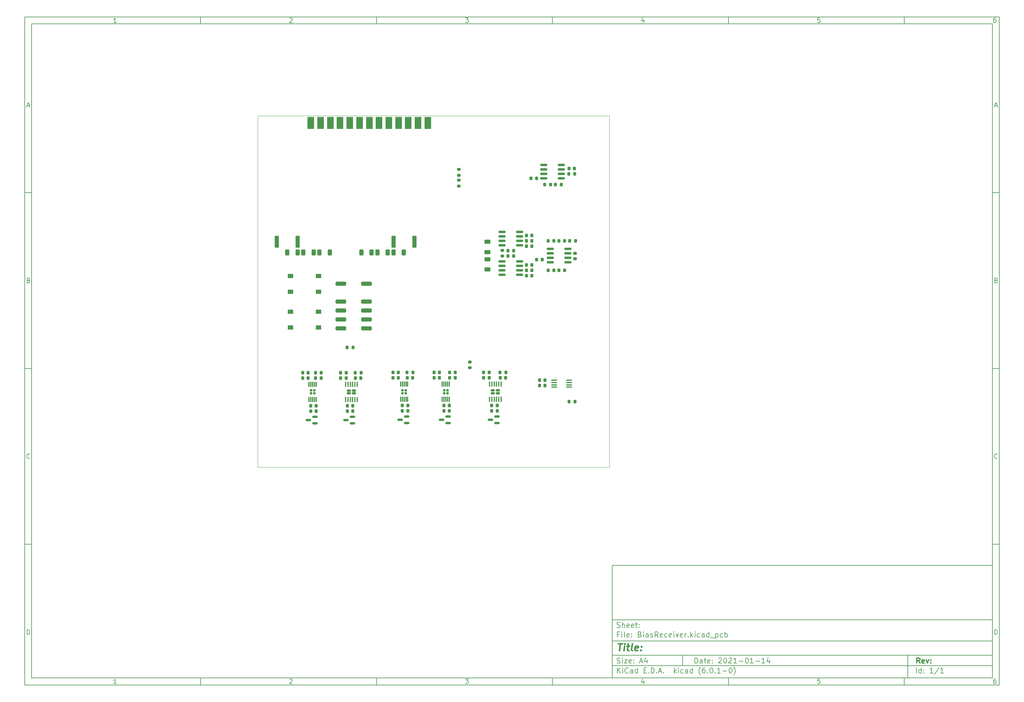
<source format=gbr>
G04 #@! TF.GenerationSoftware,KiCad,Pcbnew,(6.0.1-0)*
G04 #@! TF.CreationDate,2022-01-25T00:00:44-08:00*
G04 #@! TF.ProjectId,BiasReceiver,42696173-5265-4636-9569-7665722e6b69,rev?*
G04 #@! TF.SameCoordinates,Original*
G04 #@! TF.FileFunction,Paste,Top*
G04 #@! TF.FilePolarity,Positive*
%FSLAX46Y46*%
G04 Gerber Fmt 4.6, Leading zero omitted, Abs format (unit mm)*
G04 Created by KiCad (PCBNEW (6.0.1-0)) date 2022-01-25 00:00:44*
%MOMM*%
%LPD*%
G01*
G04 APERTURE LIST*
G04 Aperture macros list*
%AMRoundRect*
0 Rectangle with rounded corners*
0 $1 Rounding radius*
0 $2 $3 $4 $5 $6 $7 $8 $9 X,Y pos of 4 corners*
0 Add a 4 corners polygon primitive as box body*
4,1,4,$2,$3,$4,$5,$6,$7,$8,$9,$2,$3,0*
0 Add four circle primitives for the rounded corners*
1,1,$1+$1,$2,$3*
1,1,$1+$1,$4,$5*
1,1,$1+$1,$6,$7*
1,1,$1+$1,$8,$9*
0 Add four rect primitives between the rounded corners*
20,1,$1+$1,$2,$3,$4,$5,0*
20,1,$1+$1,$4,$5,$6,$7,0*
20,1,$1+$1,$6,$7,$8,$9,0*
20,1,$1+$1,$8,$9,$2,$3,0*%
G04 Aperture macros list end*
%ADD10C,0.100000*%
%ADD11C,0.150000*%
%ADD12C,0.300000*%
%ADD13C,0.400000*%
G04 #@! TA.AperFunction,Profile*
%ADD14C,0.050000*%
G04 #@! TD*
%ADD15RoundRect,0.225000X0.225000X0.250000X-0.225000X0.250000X-0.225000X-0.250000X0.225000X-0.250000X0*%
%ADD16RoundRect,0.225000X-0.250000X0.225000X-0.250000X-0.225000X0.250000X-0.225000X0.250000X0.225000X0*%
%ADD17RoundRect,0.200000X0.200000X0.275000X-0.200000X0.275000X-0.200000X-0.275000X0.200000X-0.275000X0*%
%ADD18RoundRect,0.200000X-0.275000X0.200000X-0.275000X-0.200000X0.275000X-0.200000X0.275000X0.200000X0*%
%ADD19RoundRect,0.200000X-0.200000X-0.275000X0.200000X-0.275000X0.200000X0.275000X-0.200000X0.275000X0*%
%ADD20R,1.550000X1.300000*%
%ADD21RoundRect,0.150000X0.587500X0.150000X-0.587500X0.150000X-0.587500X-0.150000X0.587500X-0.150000X0*%
%ADD22RoundRect,0.225000X-0.225000X-0.250000X0.225000X-0.250000X0.225000X0.250000X-0.225000X0.250000X0*%
%ADD23RoundRect,0.250000X-0.312500X-0.625000X0.312500X-0.625000X0.312500X0.625000X-0.312500X0.625000X0*%
%ADD24RoundRect,0.150000X-0.825000X-0.150000X0.825000X-0.150000X0.825000X0.150000X-0.825000X0.150000X0*%
%ADD25RoundRect,0.170000X0.210000X-0.170000X0.210000X0.170000X-0.210000X0.170000X-0.210000X-0.170000X0*%
%ADD26RoundRect,0.075000X0.075000X-0.650000X0.075000X0.650000X-0.075000X0.650000X-0.075000X-0.650000X0*%
%ADD27RoundRect,0.250000X0.625000X-0.312500X0.625000X0.312500X-0.625000X0.312500X-0.625000X-0.312500X0*%
%ADD28RoundRect,0.250000X-0.362500X-1.425000X0.362500X-1.425000X0.362500X1.425000X-0.362500X1.425000X0*%
%ADD29RoundRect,0.167500X0.407500X-0.167500X0.407500X0.167500X-0.407500X0.167500X-0.407500X-0.167500X0*%
%ADD30RoundRect,0.100000X0.100000X-0.625000X0.100000X0.625000X-0.100000X0.625000X-0.100000X-0.625000X0*%
%ADD31RoundRect,0.200000X0.275000X-0.200000X0.275000X0.200000X-0.275000X0.200000X-0.275000X-0.200000X0*%
%ADD32RoundRect,0.249750X-1.250250X0.305250X-1.250250X-0.305250X1.250250X-0.305250X1.250250X0.305250X0*%
%ADD33RoundRect,0.100000X-0.712500X-0.100000X0.712500X-0.100000X0.712500X0.100000X-0.712500X0.100000X0*%
%ADD34R,1.846667X3.480000*%
G04 APERTURE END LIST*
D10*
D11*
X177002200Y-166007200D02*
X177002200Y-198007200D01*
X285002200Y-198007200D01*
X285002200Y-166007200D01*
X177002200Y-166007200D01*
D10*
D11*
X10000000Y-10000000D02*
X10000000Y-200007200D01*
X287002200Y-200007200D01*
X287002200Y-10000000D01*
X10000000Y-10000000D01*
D10*
D11*
X12000000Y-12000000D02*
X12000000Y-198007200D01*
X285002200Y-198007200D01*
X285002200Y-12000000D01*
X12000000Y-12000000D01*
D10*
D11*
X60000000Y-12000000D02*
X60000000Y-10000000D01*
D10*
D11*
X110000000Y-12000000D02*
X110000000Y-10000000D01*
D10*
D11*
X160000000Y-12000000D02*
X160000000Y-10000000D01*
D10*
D11*
X210000000Y-12000000D02*
X210000000Y-10000000D01*
D10*
D11*
X260000000Y-12000000D02*
X260000000Y-10000000D01*
D10*
D11*
X36065476Y-11588095D02*
X35322619Y-11588095D01*
X35694047Y-11588095D02*
X35694047Y-10288095D01*
X35570238Y-10473809D01*
X35446428Y-10597619D01*
X35322619Y-10659523D01*
D10*
D11*
X85322619Y-10411904D02*
X85384523Y-10350000D01*
X85508333Y-10288095D01*
X85817857Y-10288095D01*
X85941666Y-10350000D01*
X86003571Y-10411904D01*
X86065476Y-10535714D01*
X86065476Y-10659523D01*
X86003571Y-10845238D01*
X85260714Y-11588095D01*
X86065476Y-11588095D01*
D10*
D11*
X135260714Y-10288095D02*
X136065476Y-10288095D01*
X135632142Y-10783333D01*
X135817857Y-10783333D01*
X135941666Y-10845238D01*
X136003571Y-10907142D01*
X136065476Y-11030952D01*
X136065476Y-11340476D01*
X136003571Y-11464285D01*
X135941666Y-11526190D01*
X135817857Y-11588095D01*
X135446428Y-11588095D01*
X135322619Y-11526190D01*
X135260714Y-11464285D01*
D10*
D11*
X185941666Y-10721428D02*
X185941666Y-11588095D01*
X185632142Y-10226190D02*
X185322619Y-11154761D01*
X186127380Y-11154761D01*
D10*
D11*
X236003571Y-10288095D02*
X235384523Y-10288095D01*
X235322619Y-10907142D01*
X235384523Y-10845238D01*
X235508333Y-10783333D01*
X235817857Y-10783333D01*
X235941666Y-10845238D01*
X236003571Y-10907142D01*
X236065476Y-11030952D01*
X236065476Y-11340476D01*
X236003571Y-11464285D01*
X235941666Y-11526190D01*
X235817857Y-11588095D01*
X235508333Y-11588095D01*
X235384523Y-11526190D01*
X235322619Y-11464285D01*
D10*
D11*
X285941666Y-10288095D02*
X285694047Y-10288095D01*
X285570238Y-10350000D01*
X285508333Y-10411904D01*
X285384523Y-10597619D01*
X285322619Y-10845238D01*
X285322619Y-11340476D01*
X285384523Y-11464285D01*
X285446428Y-11526190D01*
X285570238Y-11588095D01*
X285817857Y-11588095D01*
X285941666Y-11526190D01*
X286003571Y-11464285D01*
X286065476Y-11340476D01*
X286065476Y-11030952D01*
X286003571Y-10907142D01*
X285941666Y-10845238D01*
X285817857Y-10783333D01*
X285570238Y-10783333D01*
X285446428Y-10845238D01*
X285384523Y-10907142D01*
X285322619Y-11030952D01*
D10*
D11*
X60000000Y-198007200D02*
X60000000Y-200007200D01*
D10*
D11*
X110000000Y-198007200D02*
X110000000Y-200007200D01*
D10*
D11*
X160000000Y-198007200D02*
X160000000Y-200007200D01*
D10*
D11*
X210000000Y-198007200D02*
X210000000Y-200007200D01*
D10*
D11*
X260000000Y-198007200D02*
X260000000Y-200007200D01*
D10*
D11*
X36065476Y-199595295D02*
X35322619Y-199595295D01*
X35694047Y-199595295D02*
X35694047Y-198295295D01*
X35570238Y-198481009D01*
X35446428Y-198604819D01*
X35322619Y-198666723D01*
D10*
D11*
X85322619Y-198419104D02*
X85384523Y-198357200D01*
X85508333Y-198295295D01*
X85817857Y-198295295D01*
X85941666Y-198357200D01*
X86003571Y-198419104D01*
X86065476Y-198542914D01*
X86065476Y-198666723D01*
X86003571Y-198852438D01*
X85260714Y-199595295D01*
X86065476Y-199595295D01*
D10*
D11*
X135260714Y-198295295D02*
X136065476Y-198295295D01*
X135632142Y-198790533D01*
X135817857Y-198790533D01*
X135941666Y-198852438D01*
X136003571Y-198914342D01*
X136065476Y-199038152D01*
X136065476Y-199347676D01*
X136003571Y-199471485D01*
X135941666Y-199533390D01*
X135817857Y-199595295D01*
X135446428Y-199595295D01*
X135322619Y-199533390D01*
X135260714Y-199471485D01*
D10*
D11*
X185941666Y-198728628D02*
X185941666Y-199595295D01*
X185632142Y-198233390D02*
X185322619Y-199161961D01*
X186127380Y-199161961D01*
D10*
D11*
X236003571Y-198295295D02*
X235384523Y-198295295D01*
X235322619Y-198914342D01*
X235384523Y-198852438D01*
X235508333Y-198790533D01*
X235817857Y-198790533D01*
X235941666Y-198852438D01*
X236003571Y-198914342D01*
X236065476Y-199038152D01*
X236065476Y-199347676D01*
X236003571Y-199471485D01*
X235941666Y-199533390D01*
X235817857Y-199595295D01*
X235508333Y-199595295D01*
X235384523Y-199533390D01*
X235322619Y-199471485D01*
D10*
D11*
X285941666Y-198295295D02*
X285694047Y-198295295D01*
X285570238Y-198357200D01*
X285508333Y-198419104D01*
X285384523Y-198604819D01*
X285322619Y-198852438D01*
X285322619Y-199347676D01*
X285384523Y-199471485D01*
X285446428Y-199533390D01*
X285570238Y-199595295D01*
X285817857Y-199595295D01*
X285941666Y-199533390D01*
X286003571Y-199471485D01*
X286065476Y-199347676D01*
X286065476Y-199038152D01*
X286003571Y-198914342D01*
X285941666Y-198852438D01*
X285817857Y-198790533D01*
X285570238Y-198790533D01*
X285446428Y-198852438D01*
X285384523Y-198914342D01*
X285322619Y-199038152D01*
D10*
D11*
X10000000Y-60000000D02*
X12000000Y-60000000D01*
D10*
D11*
X10000000Y-110000000D02*
X12000000Y-110000000D01*
D10*
D11*
X10000000Y-160000000D02*
X12000000Y-160000000D01*
D10*
D11*
X10690476Y-35216666D02*
X11309523Y-35216666D01*
X10566666Y-35588095D02*
X11000000Y-34288095D01*
X11433333Y-35588095D01*
D10*
D11*
X11092857Y-84907142D02*
X11278571Y-84969047D01*
X11340476Y-85030952D01*
X11402380Y-85154761D01*
X11402380Y-85340476D01*
X11340476Y-85464285D01*
X11278571Y-85526190D01*
X11154761Y-85588095D01*
X10659523Y-85588095D01*
X10659523Y-84288095D01*
X11092857Y-84288095D01*
X11216666Y-84350000D01*
X11278571Y-84411904D01*
X11340476Y-84535714D01*
X11340476Y-84659523D01*
X11278571Y-84783333D01*
X11216666Y-84845238D01*
X11092857Y-84907142D01*
X10659523Y-84907142D01*
D10*
D11*
X11402380Y-135464285D02*
X11340476Y-135526190D01*
X11154761Y-135588095D01*
X11030952Y-135588095D01*
X10845238Y-135526190D01*
X10721428Y-135402380D01*
X10659523Y-135278571D01*
X10597619Y-135030952D01*
X10597619Y-134845238D01*
X10659523Y-134597619D01*
X10721428Y-134473809D01*
X10845238Y-134350000D01*
X11030952Y-134288095D01*
X11154761Y-134288095D01*
X11340476Y-134350000D01*
X11402380Y-134411904D01*
D10*
D11*
X10659523Y-185588095D02*
X10659523Y-184288095D01*
X10969047Y-184288095D01*
X11154761Y-184350000D01*
X11278571Y-184473809D01*
X11340476Y-184597619D01*
X11402380Y-184845238D01*
X11402380Y-185030952D01*
X11340476Y-185278571D01*
X11278571Y-185402380D01*
X11154761Y-185526190D01*
X10969047Y-185588095D01*
X10659523Y-185588095D01*
D10*
D11*
X287002200Y-60000000D02*
X285002200Y-60000000D01*
D10*
D11*
X287002200Y-110000000D02*
X285002200Y-110000000D01*
D10*
D11*
X287002200Y-160000000D02*
X285002200Y-160000000D01*
D10*
D11*
X285692676Y-35216666D02*
X286311723Y-35216666D01*
X285568866Y-35588095D02*
X286002200Y-34288095D01*
X286435533Y-35588095D01*
D10*
D11*
X286095057Y-84907142D02*
X286280771Y-84969047D01*
X286342676Y-85030952D01*
X286404580Y-85154761D01*
X286404580Y-85340476D01*
X286342676Y-85464285D01*
X286280771Y-85526190D01*
X286156961Y-85588095D01*
X285661723Y-85588095D01*
X285661723Y-84288095D01*
X286095057Y-84288095D01*
X286218866Y-84350000D01*
X286280771Y-84411904D01*
X286342676Y-84535714D01*
X286342676Y-84659523D01*
X286280771Y-84783333D01*
X286218866Y-84845238D01*
X286095057Y-84907142D01*
X285661723Y-84907142D01*
D10*
D11*
X286404580Y-135464285D02*
X286342676Y-135526190D01*
X286156961Y-135588095D01*
X286033152Y-135588095D01*
X285847438Y-135526190D01*
X285723628Y-135402380D01*
X285661723Y-135278571D01*
X285599819Y-135030952D01*
X285599819Y-134845238D01*
X285661723Y-134597619D01*
X285723628Y-134473809D01*
X285847438Y-134350000D01*
X286033152Y-134288095D01*
X286156961Y-134288095D01*
X286342676Y-134350000D01*
X286404580Y-134411904D01*
D10*
D11*
X285661723Y-185588095D02*
X285661723Y-184288095D01*
X285971247Y-184288095D01*
X286156961Y-184350000D01*
X286280771Y-184473809D01*
X286342676Y-184597619D01*
X286404580Y-184845238D01*
X286404580Y-185030952D01*
X286342676Y-185278571D01*
X286280771Y-185402380D01*
X286156961Y-185526190D01*
X285971247Y-185588095D01*
X285661723Y-185588095D01*
D10*
D11*
X200434342Y-193785771D02*
X200434342Y-192285771D01*
X200791485Y-192285771D01*
X201005771Y-192357200D01*
X201148628Y-192500057D01*
X201220057Y-192642914D01*
X201291485Y-192928628D01*
X201291485Y-193142914D01*
X201220057Y-193428628D01*
X201148628Y-193571485D01*
X201005771Y-193714342D01*
X200791485Y-193785771D01*
X200434342Y-193785771D01*
X202577200Y-193785771D02*
X202577200Y-193000057D01*
X202505771Y-192857200D01*
X202362914Y-192785771D01*
X202077200Y-192785771D01*
X201934342Y-192857200D01*
X202577200Y-193714342D02*
X202434342Y-193785771D01*
X202077200Y-193785771D01*
X201934342Y-193714342D01*
X201862914Y-193571485D01*
X201862914Y-193428628D01*
X201934342Y-193285771D01*
X202077200Y-193214342D01*
X202434342Y-193214342D01*
X202577200Y-193142914D01*
X203077200Y-192785771D02*
X203648628Y-192785771D01*
X203291485Y-192285771D02*
X203291485Y-193571485D01*
X203362914Y-193714342D01*
X203505771Y-193785771D01*
X203648628Y-193785771D01*
X204720057Y-193714342D02*
X204577200Y-193785771D01*
X204291485Y-193785771D01*
X204148628Y-193714342D01*
X204077200Y-193571485D01*
X204077200Y-193000057D01*
X204148628Y-192857200D01*
X204291485Y-192785771D01*
X204577200Y-192785771D01*
X204720057Y-192857200D01*
X204791485Y-193000057D01*
X204791485Y-193142914D01*
X204077200Y-193285771D01*
X205434342Y-193642914D02*
X205505771Y-193714342D01*
X205434342Y-193785771D01*
X205362914Y-193714342D01*
X205434342Y-193642914D01*
X205434342Y-193785771D01*
X205434342Y-192857200D02*
X205505771Y-192928628D01*
X205434342Y-193000057D01*
X205362914Y-192928628D01*
X205434342Y-192857200D01*
X205434342Y-193000057D01*
X207220057Y-192428628D02*
X207291485Y-192357200D01*
X207434342Y-192285771D01*
X207791485Y-192285771D01*
X207934342Y-192357200D01*
X208005771Y-192428628D01*
X208077200Y-192571485D01*
X208077200Y-192714342D01*
X208005771Y-192928628D01*
X207148628Y-193785771D01*
X208077200Y-193785771D01*
X209005771Y-192285771D02*
X209148628Y-192285771D01*
X209291485Y-192357200D01*
X209362914Y-192428628D01*
X209434342Y-192571485D01*
X209505771Y-192857200D01*
X209505771Y-193214342D01*
X209434342Y-193500057D01*
X209362914Y-193642914D01*
X209291485Y-193714342D01*
X209148628Y-193785771D01*
X209005771Y-193785771D01*
X208862914Y-193714342D01*
X208791485Y-193642914D01*
X208720057Y-193500057D01*
X208648628Y-193214342D01*
X208648628Y-192857200D01*
X208720057Y-192571485D01*
X208791485Y-192428628D01*
X208862914Y-192357200D01*
X209005771Y-192285771D01*
X210077200Y-192428628D02*
X210148628Y-192357200D01*
X210291485Y-192285771D01*
X210648628Y-192285771D01*
X210791485Y-192357200D01*
X210862914Y-192428628D01*
X210934342Y-192571485D01*
X210934342Y-192714342D01*
X210862914Y-192928628D01*
X210005771Y-193785771D01*
X210934342Y-193785771D01*
X212362914Y-193785771D02*
X211505771Y-193785771D01*
X211934342Y-193785771D02*
X211934342Y-192285771D01*
X211791485Y-192500057D01*
X211648628Y-192642914D01*
X211505771Y-192714342D01*
X213005771Y-193214342D02*
X214148628Y-193214342D01*
X215148628Y-192285771D02*
X215291485Y-192285771D01*
X215434342Y-192357200D01*
X215505771Y-192428628D01*
X215577200Y-192571485D01*
X215648628Y-192857200D01*
X215648628Y-193214342D01*
X215577200Y-193500057D01*
X215505771Y-193642914D01*
X215434342Y-193714342D01*
X215291485Y-193785771D01*
X215148628Y-193785771D01*
X215005771Y-193714342D01*
X214934342Y-193642914D01*
X214862914Y-193500057D01*
X214791485Y-193214342D01*
X214791485Y-192857200D01*
X214862914Y-192571485D01*
X214934342Y-192428628D01*
X215005771Y-192357200D01*
X215148628Y-192285771D01*
X217077200Y-193785771D02*
X216220057Y-193785771D01*
X216648628Y-193785771D02*
X216648628Y-192285771D01*
X216505771Y-192500057D01*
X216362914Y-192642914D01*
X216220057Y-192714342D01*
X217720057Y-193214342D02*
X218862914Y-193214342D01*
X220362914Y-193785771D02*
X219505771Y-193785771D01*
X219934342Y-193785771D02*
X219934342Y-192285771D01*
X219791485Y-192500057D01*
X219648628Y-192642914D01*
X219505771Y-192714342D01*
X221648628Y-192785771D02*
X221648628Y-193785771D01*
X221291485Y-192214342D02*
X220934342Y-193285771D01*
X221862914Y-193285771D01*
D10*
D11*
X177002200Y-194507200D02*
X285002200Y-194507200D01*
D10*
D11*
X178434342Y-196585771D02*
X178434342Y-195085771D01*
X179291485Y-196585771D02*
X178648628Y-195728628D01*
X179291485Y-195085771D02*
X178434342Y-195942914D01*
X179934342Y-196585771D02*
X179934342Y-195585771D01*
X179934342Y-195085771D02*
X179862914Y-195157200D01*
X179934342Y-195228628D01*
X180005771Y-195157200D01*
X179934342Y-195085771D01*
X179934342Y-195228628D01*
X181505771Y-196442914D02*
X181434342Y-196514342D01*
X181220057Y-196585771D01*
X181077200Y-196585771D01*
X180862914Y-196514342D01*
X180720057Y-196371485D01*
X180648628Y-196228628D01*
X180577200Y-195942914D01*
X180577200Y-195728628D01*
X180648628Y-195442914D01*
X180720057Y-195300057D01*
X180862914Y-195157200D01*
X181077200Y-195085771D01*
X181220057Y-195085771D01*
X181434342Y-195157200D01*
X181505771Y-195228628D01*
X182791485Y-196585771D02*
X182791485Y-195800057D01*
X182720057Y-195657200D01*
X182577200Y-195585771D01*
X182291485Y-195585771D01*
X182148628Y-195657200D01*
X182791485Y-196514342D02*
X182648628Y-196585771D01*
X182291485Y-196585771D01*
X182148628Y-196514342D01*
X182077200Y-196371485D01*
X182077200Y-196228628D01*
X182148628Y-196085771D01*
X182291485Y-196014342D01*
X182648628Y-196014342D01*
X182791485Y-195942914D01*
X184148628Y-196585771D02*
X184148628Y-195085771D01*
X184148628Y-196514342D02*
X184005771Y-196585771D01*
X183720057Y-196585771D01*
X183577200Y-196514342D01*
X183505771Y-196442914D01*
X183434342Y-196300057D01*
X183434342Y-195871485D01*
X183505771Y-195728628D01*
X183577200Y-195657200D01*
X183720057Y-195585771D01*
X184005771Y-195585771D01*
X184148628Y-195657200D01*
X186005771Y-195800057D02*
X186505771Y-195800057D01*
X186720057Y-196585771D02*
X186005771Y-196585771D01*
X186005771Y-195085771D01*
X186720057Y-195085771D01*
X187362914Y-196442914D02*
X187434342Y-196514342D01*
X187362914Y-196585771D01*
X187291485Y-196514342D01*
X187362914Y-196442914D01*
X187362914Y-196585771D01*
X188077200Y-196585771D02*
X188077200Y-195085771D01*
X188434342Y-195085771D01*
X188648628Y-195157200D01*
X188791485Y-195300057D01*
X188862914Y-195442914D01*
X188934342Y-195728628D01*
X188934342Y-195942914D01*
X188862914Y-196228628D01*
X188791485Y-196371485D01*
X188648628Y-196514342D01*
X188434342Y-196585771D01*
X188077200Y-196585771D01*
X189577200Y-196442914D02*
X189648628Y-196514342D01*
X189577200Y-196585771D01*
X189505771Y-196514342D01*
X189577200Y-196442914D01*
X189577200Y-196585771D01*
X190220057Y-196157200D02*
X190934342Y-196157200D01*
X190077200Y-196585771D02*
X190577200Y-195085771D01*
X191077200Y-196585771D01*
X191577200Y-196442914D02*
X191648628Y-196514342D01*
X191577200Y-196585771D01*
X191505771Y-196514342D01*
X191577200Y-196442914D01*
X191577200Y-196585771D01*
X194577200Y-196585771D02*
X194577200Y-195085771D01*
X194720057Y-196014342D02*
X195148628Y-196585771D01*
X195148628Y-195585771D02*
X194577200Y-196157200D01*
X195791485Y-196585771D02*
X195791485Y-195585771D01*
X195791485Y-195085771D02*
X195720057Y-195157200D01*
X195791485Y-195228628D01*
X195862914Y-195157200D01*
X195791485Y-195085771D01*
X195791485Y-195228628D01*
X197148628Y-196514342D02*
X197005771Y-196585771D01*
X196720057Y-196585771D01*
X196577200Y-196514342D01*
X196505771Y-196442914D01*
X196434342Y-196300057D01*
X196434342Y-195871485D01*
X196505771Y-195728628D01*
X196577200Y-195657200D01*
X196720057Y-195585771D01*
X197005771Y-195585771D01*
X197148628Y-195657200D01*
X198434342Y-196585771D02*
X198434342Y-195800057D01*
X198362914Y-195657200D01*
X198220057Y-195585771D01*
X197934342Y-195585771D01*
X197791485Y-195657200D01*
X198434342Y-196514342D02*
X198291485Y-196585771D01*
X197934342Y-196585771D01*
X197791485Y-196514342D01*
X197720057Y-196371485D01*
X197720057Y-196228628D01*
X197791485Y-196085771D01*
X197934342Y-196014342D01*
X198291485Y-196014342D01*
X198434342Y-195942914D01*
X199791485Y-196585771D02*
X199791485Y-195085771D01*
X199791485Y-196514342D02*
X199648628Y-196585771D01*
X199362914Y-196585771D01*
X199220057Y-196514342D01*
X199148628Y-196442914D01*
X199077200Y-196300057D01*
X199077200Y-195871485D01*
X199148628Y-195728628D01*
X199220057Y-195657200D01*
X199362914Y-195585771D01*
X199648628Y-195585771D01*
X199791485Y-195657200D01*
X202077200Y-197157200D02*
X202005771Y-197085771D01*
X201862914Y-196871485D01*
X201791485Y-196728628D01*
X201720057Y-196514342D01*
X201648628Y-196157200D01*
X201648628Y-195871485D01*
X201720057Y-195514342D01*
X201791485Y-195300057D01*
X201862914Y-195157200D01*
X202005771Y-194942914D01*
X202077200Y-194871485D01*
X203291485Y-195085771D02*
X203005771Y-195085771D01*
X202862914Y-195157200D01*
X202791485Y-195228628D01*
X202648628Y-195442914D01*
X202577200Y-195728628D01*
X202577200Y-196300057D01*
X202648628Y-196442914D01*
X202720057Y-196514342D01*
X202862914Y-196585771D01*
X203148628Y-196585771D01*
X203291485Y-196514342D01*
X203362914Y-196442914D01*
X203434342Y-196300057D01*
X203434342Y-195942914D01*
X203362914Y-195800057D01*
X203291485Y-195728628D01*
X203148628Y-195657200D01*
X202862914Y-195657200D01*
X202720057Y-195728628D01*
X202648628Y-195800057D01*
X202577200Y-195942914D01*
X204077200Y-196442914D02*
X204148628Y-196514342D01*
X204077200Y-196585771D01*
X204005771Y-196514342D01*
X204077200Y-196442914D01*
X204077200Y-196585771D01*
X205077200Y-195085771D02*
X205220057Y-195085771D01*
X205362914Y-195157200D01*
X205434342Y-195228628D01*
X205505771Y-195371485D01*
X205577200Y-195657200D01*
X205577200Y-196014342D01*
X205505771Y-196300057D01*
X205434342Y-196442914D01*
X205362914Y-196514342D01*
X205220057Y-196585771D01*
X205077200Y-196585771D01*
X204934342Y-196514342D01*
X204862914Y-196442914D01*
X204791485Y-196300057D01*
X204720057Y-196014342D01*
X204720057Y-195657200D01*
X204791485Y-195371485D01*
X204862914Y-195228628D01*
X204934342Y-195157200D01*
X205077200Y-195085771D01*
X206220057Y-196442914D02*
X206291485Y-196514342D01*
X206220057Y-196585771D01*
X206148628Y-196514342D01*
X206220057Y-196442914D01*
X206220057Y-196585771D01*
X207720057Y-196585771D02*
X206862914Y-196585771D01*
X207291485Y-196585771D02*
X207291485Y-195085771D01*
X207148628Y-195300057D01*
X207005771Y-195442914D01*
X206862914Y-195514342D01*
X208362914Y-196014342D02*
X209505771Y-196014342D01*
X210505771Y-195085771D02*
X210648628Y-195085771D01*
X210791485Y-195157200D01*
X210862914Y-195228628D01*
X210934342Y-195371485D01*
X211005771Y-195657200D01*
X211005771Y-196014342D01*
X210934342Y-196300057D01*
X210862914Y-196442914D01*
X210791485Y-196514342D01*
X210648628Y-196585771D01*
X210505771Y-196585771D01*
X210362914Y-196514342D01*
X210291485Y-196442914D01*
X210220057Y-196300057D01*
X210148628Y-196014342D01*
X210148628Y-195657200D01*
X210220057Y-195371485D01*
X210291485Y-195228628D01*
X210362914Y-195157200D01*
X210505771Y-195085771D01*
X211505771Y-197157200D02*
X211577200Y-197085771D01*
X211720057Y-196871485D01*
X211791485Y-196728628D01*
X211862914Y-196514342D01*
X211934342Y-196157200D01*
X211934342Y-195871485D01*
X211862914Y-195514342D01*
X211791485Y-195300057D01*
X211720057Y-195157200D01*
X211577200Y-194942914D01*
X211505771Y-194871485D01*
D10*
D11*
X177002200Y-191507200D02*
X285002200Y-191507200D01*
D10*
D12*
X264411485Y-193785771D02*
X263911485Y-193071485D01*
X263554342Y-193785771D02*
X263554342Y-192285771D01*
X264125771Y-192285771D01*
X264268628Y-192357200D01*
X264340057Y-192428628D01*
X264411485Y-192571485D01*
X264411485Y-192785771D01*
X264340057Y-192928628D01*
X264268628Y-193000057D01*
X264125771Y-193071485D01*
X263554342Y-193071485D01*
X265625771Y-193714342D02*
X265482914Y-193785771D01*
X265197200Y-193785771D01*
X265054342Y-193714342D01*
X264982914Y-193571485D01*
X264982914Y-193000057D01*
X265054342Y-192857200D01*
X265197200Y-192785771D01*
X265482914Y-192785771D01*
X265625771Y-192857200D01*
X265697200Y-193000057D01*
X265697200Y-193142914D01*
X264982914Y-193285771D01*
X266197200Y-192785771D02*
X266554342Y-193785771D01*
X266911485Y-192785771D01*
X267482914Y-193642914D02*
X267554342Y-193714342D01*
X267482914Y-193785771D01*
X267411485Y-193714342D01*
X267482914Y-193642914D01*
X267482914Y-193785771D01*
X267482914Y-192857200D02*
X267554342Y-192928628D01*
X267482914Y-193000057D01*
X267411485Y-192928628D01*
X267482914Y-192857200D01*
X267482914Y-193000057D01*
D10*
D11*
X178362914Y-193714342D02*
X178577200Y-193785771D01*
X178934342Y-193785771D01*
X179077200Y-193714342D01*
X179148628Y-193642914D01*
X179220057Y-193500057D01*
X179220057Y-193357200D01*
X179148628Y-193214342D01*
X179077200Y-193142914D01*
X178934342Y-193071485D01*
X178648628Y-193000057D01*
X178505771Y-192928628D01*
X178434342Y-192857200D01*
X178362914Y-192714342D01*
X178362914Y-192571485D01*
X178434342Y-192428628D01*
X178505771Y-192357200D01*
X178648628Y-192285771D01*
X179005771Y-192285771D01*
X179220057Y-192357200D01*
X179862914Y-193785771D02*
X179862914Y-192785771D01*
X179862914Y-192285771D02*
X179791485Y-192357200D01*
X179862914Y-192428628D01*
X179934342Y-192357200D01*
X179862914Y-192285771D01*
X179862914Y-192428628D01*
X180434342Y-192785771D02*
X181220057Y-192785771D01*
X180434342Y-193785771D01*
X181220057Y-193785771D01*
X182362914Y-193714342D02*
X182220057Y-193785771D01*
X181934342Y-193785771D01*
X181791485Y-193714342D01*
X181720057Y-193571485D01*
X181720057Y-193000057D01*
X181791485Y-192857200D01*
X181934342Y-192785771D01*
X182220057Y-192785771D01*
X182362914Y-192857200D01*
X182434342Y-193000057D01*
X182434342Y-193142914D01*
X181720057Y-193285771D01*
X183077200Y-193642914D02*
X183148628Y-193714342D01*
X183077200Y-193785771D01*
X183005771Y-193714342D01*
X183077200Y-193642914D01*
X183077200Y-193785771D01*
X183077200Y-192857200D02*
X183148628Y-192928628D01*
X183077200Y-193000057D01*
X183005771Y-192928628D01*
X183077200Y-192857200D01*
X183077200Y-193000057D01*
X184862914Y-193357200D02*
X185577200Y-193357200D01*
X184720057Y-193785771D02*
X185220057Y-192285771D01*
X185720057Y-193785771D01*
X186862914Y-192785771D02*
X186862914Y-193785771D01*
X186505771Y-192214342D02*
X186148628Y-193285771D01*
X187077200Y-193285771D01*
D10*
D11*
X263434342Y-196585771D02*
X263434342Y-195085771D01*
X264791485Y-196585771D02*
X264791485Y-195085771D01*
X264791485Y-196514342D02*
X264648628Y-196585771D01*
X264362914Y-196585771D01*
X264220057Y-196514342D01*
X264148628Y-196442914D01*
X264077200Y-196300057D01*
X264077200Y-195871485D01*
X264148628Y-195728628D01*
X264220057Y-195657200D01*
X264362914Y-195585771D01*
X264648628Y-195585771D01*
X264791485Y-195657200D01*
X265505771Y-196442914D02*
X265577200Y-196514342D01*
X265505771Y-196585771D01*
X265434342Y-196514342D01*
X265505771Y-196442914D01*
X265505771Y-196585771D01*
X265505771Y-195657200D02*
X265577200Y-195728628D01*
X265505771Y-195800057D01*
X265434342Y-195728628D01*
X265505771Y-195657200D01*
X265505771Y-195800057D01*
X268148628Y-196585771D02*
X267291485Y-196585771D01*
X267720057Y-196585771D02*
X267720057Y-195085771D01*
X267577200Y-195300057D01*
X267434342Y-195442914D01*
X267291485Y-195514342D01*
X269862914Y-195014342D02*
X268577200Y-196942914D01*
X271148628Y-196585771D02*
X270291485Y-196585771D01*
X270720057Y-196585771D02*
X270720057Y-195085771D01*
X270577200Y-195300057D01*
X270434342Y-195442914D01*
X270291485Y-195514342D01*
D10*
D11*
X177002200Y-187507200D02*
X285002200Y-187507200D01*
D10*
D13*
X178714580Y-188211961D02*
X179857438Y-188211961D01*
X179036009Y-190211961D02*
X179286009Y-188211961D01*
X180274104Y-190211961D02*
X180440771Y-188878628D01*
X180524104Y-188211961D02*
X180416961Y-188307200D01*
X180500295Y-188402438D01*
X180607438Y-188307200D01*
X180524104Y-188211961D01*
X180500295Y-188402438D01*
X181107438Y-188878628D02*
X181869342Y-188878628D01*
X181476485Y-188211961D02*
X181262200Y-189926247D01*
X181333628Y-190116723D01*
X181512200Y-190211961D01*
X181702676Y-190211961D01*
X182655057Y-190211961D02*
X182476485Y-190116723D01*
X182405057Y-189926247D01*
X182619342Y-188211961D01*
X184190771Y-190116723D02*
X183988390Y-190211961D01*
X183607438Y-190211961D01*
X183428866Y-190116723D01*
X183357438Y-189926247D01*
X183452676Y-189164342D01*
X183571723Y-188973866D01*
X183774104Y-188878628D01*
X184155057Y-188878628D01*
X184333628Y-188973866D01*
X184405057Y-189164342D01*
X184381247Y-189354819D01*
X183405057Y-189545295D01*
X185155057Y-190021485D02*
X185238390Y-190116723D01*
X185131247Y-190211961D01*
X185047914Y-190116723D01*
X185155057Y-190021485D01*
X185131247Y-190211961D01*
X185286009Y-188973866D02*
X185369342Y-189069104D01*
X185262200Y-189164342D01*
X185178866Y-189069104D01*
X185286009Y-188973866D01*
X185262200Y-189164342D01*
D10*
D11*
X178934342Y-185600057D02*
X178434342Y-185600057D01*
X178434342Y-186385771D02*
X178434342Y-184885771D01*
X179148628Y-184885771D01*
X179720057Y-186385771D02*
X179720057Y-185385771D01*
X179720057Y-184885771D02*
X179648628Y-184957200D01*
X179720057Y-185028628D01*
X179791485Y-184957200D01*
X179720057Y-184885771D01*
X179720057Y-185028628D01*
X180648628Y-186385771D02*
X180505771Y-186314342D01*
X180434342Y-186171485D01*
X180434342Y-184885771D01*
X181791485Y-186314342D02*
X181648628Y-186385771D01*
X181362914Y-186385771D01*
X181220057Y-186314342D01*
X181148628Y-186171485D01*
X181148628Y-185600057D01*
X181220057Y-185457200D01*
X181362914Y-185385771D01*
X181648628Y-185385771D01*
X181791485Y-185457200D01*
X181862914Y-185600057D01*
X181862914Y-185742914D01*
X181148628Y-185885771D01*
X182505771Y-186242914D02*
X182577200Y-186314342D01*
X182505771Y-186385771D01*
X182434342Y-186314342D01*
X182505771Y-186242914D01*
X182505771Y-186385771D01*
X182505771Y-185457200D02*
X182577200Y-185528628D01*
X182505771Y-185600057D01*
X182434342Y-185528628D01*
X182505771Y-185457200D01*
X182505771Y-185600057D01*
X184862914Y-185600057D02*
X185077200Y-185671485D01*
X185148628Y-185742914D01*
X185220057Y-185885771D01*
X185220057Y-186100057D01*
X185148628Y-186242914D01*
X185077200Y-186314342D01*
X184934342Y-186385771D01*
X184362914Y-186385771D01*
X184362914Y-184885771D01*
X184862914Y-184885771D01*
X185005771Y-184957200D01*
X185077200Y-185028628D01*
X185148628Y-185171485D01*
X185148628Y-185314342D01*
X185077200Y-185457200D01*
X185005771Y-185528628D01*
X184862914Y-185600057D01*
X184362914Y-185600057D01*
X185862914Y-186385771D02*
X185862914Y-185385771D01*
X185862914Y-184885771D02*
X185791485Y-184957200D01*
X185862914Y-185028628D01*
X185934342Y-184957200D01*
X185862914Y-184885771D01*
X185862914Y-185028628D01*
X187220057Y-186385771D02*
X187220057Y-185600057D01*
X187148628Y-185457200D01*
X187005771Y-185385771D01*
X186720057Y-185385771D01*
X186577200Y-185457200D01*
X187220057Y-186314342D02*
X187077200Y-186385771D01*
X186720057Y-186385771D01*
X186577200Y-186314342D01*
X186505771Y-186171485D01*
X186505771Y-186028628D01*
X186577200Y-185885771D01*
X186720057Y-185814342D01*
X187077200Y-185814342D01*
X187220057Y-185742914D01*
X187862914Y-186314342D02*
X188005771Y-186385771D01*
X188291485Y-186385771D01*
X188434342Y-186314342D01*
X188505771Y-186171485D01*
X188505771Y-186100057D01*
X188434342Y-185957200D01*
X188291485Y-185885771D01*
X188077200Y-185885771D01*
X187934342Y-185814342D01*
X187862914Y-185671485D01*
X187862914Y-185600057D01*
X187934342Y-185457200D01*
X188077200Y-185385771D01*
X188291485Y-185385771D01*
X188434342Y-185457200D01*
X190005771Y-186385771D02*
X189505771Y-185671485D01*
X189148628Y-186385771D02*
X189148628Y-184885771D01*
X189720057Y-184885771D01*
X189862914Y-184957200D01*
X189934342Y-185028628D01*
X190005771Y-185171485D01*
X190005771Y-185385771D01*
X189934342Y-185528628D01*
X189862914Y-185600057D01*
X189720057Y-185671485D01*
X189148628Y-185671485D01*
X191220057Y-186314342D02*
X191077200Y-186385771D01*
X190791485Y-186385771D01*
X190648628Y-186314342D01*
X190577200Y-186171485D01*
X190577200Y-185600057D01*
X190648628Y-185457200D01*
X190791485Y-185385771D01*
X191077200Y-185385771D01*
X191220057Y-185457200D01*
X191291485Y-185600057D01*
X191291485Y-185742914D01*
X190577200Y-185885771D01*
X192577200Y-186314342D02*
X192434342Y-186385771D01*
X192148628Y-186385771D01*
X192005771Y-186314342D01*
X191934342Y-186242914D01*
X191862914Y-186100057D01*
X191862914Y-185671485D01*
X191934342Y-185528628D01*
X192005771Y-185457200D01*
X192148628Y-185385771D01*
X192434342Y-185385771D01*
X192577200Y-185457200D01*
X193791485Y-186314342D02*
X193648628Y-186385771D01*
X193362914Y-186385771D01*
X193220057Y-186314342D01*
X193148628Y-186171485D01*
X193148628Y-185600057D01*
X193220057Y-185457200D01*
X193362914Y-185385771D01*
X193648628Y-185385771D01*
X193791485Y-185457200D01*
X193862914Y-185600057D01*
X193862914Y-185742914D01*
X193148628Y-185885771D01*
X194505771Y-186385771D02*
X194505771Y-185385771D01*
X194505771Y-184885771D02*
X194434342Y-184957200D01*
X194505771Y-185028628D01*
X194577200Y-184957200D01*
X194505771Y-184885771D01*
X194505771Y-185028628D01*
X195077200Y-185385771D02*
X195434342Y-186385771D01*
X195791485Y-185385771D01*
X196934342Y-186314342D02*
X196791485Y-186385771D01*
X196505771Y-186385771D01*
X196362914Y-186314342D01*
X196291485Y-186171485D01*
X196291485Y-185600057D01*
X196362914Y-185457200D01*
X196505771Y-185385771D01*
X196791485Y-185385771D01*
X196934342Y-185457200D01*
X197005771Y-185600057D01*
X197005771Y-185742914D01*
X196291485Y-185885771D01*
X197648628Y-186385771D02*
X197648628Y-185385771D01*
X197648628Y-185671485D02*
X197720057Y-185528628D01*
X197791485Y-185457200D01*
X197934342Y-185385771D01*
X198077200Y-185385771D01*
X198577200Y-186242914D02*
X198648628Y-186314342D01*
X198577200Y-186385771D01*
X198505771Y-186314342D01*
X198577200Y-186242914D01*
X198577200Y-186385771D01*
X199291485Y-186385771D02*
X199291485Y-184885771D01*
X199434342Y-185814342D02*
X199862914Y-186385771D01*
X199862914Y-185385771D02*
X199291485Y-185957200D01*
X200505771Y-186385771D02*
X200505771Y-185385771D01*
X200505771Y-184885771D02*
X200434342Y-184957200D01*
X200505771Y-185028628D01*
X200577200Y-184957200D01*
X200505771Y-184885771D01*
X200505771Y-185028628D01*
X201862914Y-186314342D02*
X201720057Y-186385771D01*
X201434342Y-186385771D01*
X201291485Y-186314342D01*
X201220057Y-186242914D01*
X201148628Y-186100057D01*
X201148628Y-185671485D01*
X201220057Y-185528628D01*
X201291485Y-185457200D01*
X201434342Y-185385771D01*
X201720057Y-185385771D01*
X201862914Y-185457200D01*
X203148628Y-186385771D02*
X203148628Y-185600057D01*
X203077200Y-185457200D01*
X202934342Y-185385771D01*
X202648628Y-185385771D01*
X202505771Y-185457200D01*
X203148628Y-186314342D02*
X203005771Y-186385771D01*
X202648628Y-186385771D01*
X202505771Y-186314342D01*
X202434342Y-186171485D01*
X202434342Y-186028628D01*
X202505771Y-185885771D01*
X202648628Y-185814342D01*
X203005771Y-185814342D01*
X203148628Y-185742914D01*
X204505771Y-186385771D02*
X204505771Y-184885771D01*
X204505771Y-186314342D02*
X204362914Y-186385771D01*
X204077200Y-186385771D01*
X203934342Y-186314342D01*
X203862914Y-186242914D01*
X203791485Y-186100057D01*
X203791485Y-185671485D01*
X203862914Y-185528628D01*
X203934342Y-185457200D01*
X204077200Y-185385771D01*
X204362914Y-185385771D01*
X204505771Y-185457200D01*
X204862914Y-186528628D02*
X206005771Y-186528628D01*
X206362914Y-185385771D02*
X206362914Y-186885771D01*
X206362914Y-185457200D02*
X206505771Y-185385771D01*
X206791485Y-185385771D01*
X206934342Y-185457200D01*
X207005771Y-185528628D01*
X207077200Y-185671485D01*
X207077200Y-186100057D01*
X207005771Y-186242914D01*
X206934342Y-186314342D01*
X206791485Y-186385771D01*
X206505771Y-186385771D01*
X206362914Y-186314342D01*
X208362914Y-186314342D02*
X208220057Y-186385771D01*
X207934342Y-186385771D01*
X207791485Y-186314342D01*
X207720057Y-186242914D01*
X207648628Y-186100057D01*
X207648628Y-185671485D01*
X207720057Y-185528628D01*
X207791485Y-185457200D01*
X207934342Y-185385771D01*
X208220057Y-185385771D01*
X208362914Y-185457200D01*
X209005771Y-186385771D02*
X209005771Y-184885771D01*
X209005771Y-185457200D02*
X209148628Y-185385771D01*
X209434342Y-185385771D01*
X209577200Y-185457200D01*
X209648628Y-185528628D01*
X209720057Y-185671485D01*
X209720057Y-186100057D01*
X209648628Y-186242914D01*
X209577200Y-186314342D01*
X209434342Y-186385771D01*
X209148628Y-186385771D01*
X209005771Y-186314342D01*
D10*
D11*
X177002200Y-181507200D02*
X285002200Y-181507200D01*
D10*
D11*
X178362914Y-183614342D02*
X178577200Y-183685771D01*
X178934342Y-183685771D01*
X179077200Y-183614342D01*
X179148628Y-183542914D01*
X179220057Y-183400057D01*
X179220057Y-183257200D01*
X179148628Y-183114342D01*
X179077200Y-183042914D01*
X178934342Y-182971485D01*
X178648628Y-182900057D01*
X178505771Y-182828628D01*
X178434342Y-182757200D01*
X178362914Y-182614342D01*
X178362914Y-182471485D01*
X178434342Y-182328628D01*
X178505771Y-182257200D01*
X178648628Y-182185771D01*
X179005771Y-182185771D01*
X179220057Y-182257200D01*
X179862914Y-183685771D02*
X179862914Y-182185771D01*
X180505771Y-183685771D02*
X180505771Y-182900057D01*
X180434342Y-182757200D01*
X180291485Y-182685771D01*
X180077200Y-182685771D01*
X179934342Y-182757200D01*
X179862914Y-182828628D01*
X181791485Y-183614342D02*
X181648628Y-183685771D01*
X181362914Y-183685771D01*
X181220057Y-183614342D01*
X181148628Y-183471485D01*
X181148628Y-182900057D01*
X181220057Y-182757200D01*
X181362914Y-182685771D01*
X181648628Y-182685771D01*
X181791485Y-182757200D01*
X181862914Y-182900057D01*
X181862914Y-183042914D01*
X181148628Y-183185771D01*
X183077200Y-183614342D02*
X182934342Y-183685771D01*
X182648628Y-183685771D01*
X182505771Y-183614342D01*
X182434342Y-183471485D01*
X182434342Y-182900057D01*
X182505771Y-182757200D01*
X182648628Y-182685771D01*
X182934342Y-182685771D01*
X183077200Y-182757200D01*
X183148628Y-182900057D01*
X183148628Y-183042914D01*
X182434342Y-183185771D01*
X183577200Y-182685771D02*
X184148628Y-182685771D01*
X183791485Y-182185771D02*
X183791485Y-183471485D01*
X183862914Y-183614342D01*
X184005771Y-183685771D01*
X184148628Y-183685771D01*
X184648628Y-183542914D02*
X184720057Y-183614342D01*
X184648628Y-183685771D01*
X184577200Y-183614342D01*
X184648628Y-183542914D01*
X184648628Y-183685771D01*
X184648628Y-182757200D02*
X184720057Y-182828628D01*
X184648628Y-182900057D01*
X184577200Y-182828628D01*
X184648628Y-182757200D01*
X184648628Y-182900057D01*
D10*
D12*
D10*
D11*
D10*
D11*
D10*
D11*
D10*
D11*
D10*
D11*
X197002200Y-191507200D02*
X197002200Y-194507200D01*
D10*
D11*
X261002200Y-191507200D02*
X261002200Y-198007200D01*
D14*
X76200000Y-38100000D02*
X176149000Y-38100000D01*
X176149000Y-38100000D02*
X176149000Y-138049000D01*
X176149000Y-138049000D02*
X76200000Y-138049000D01*
X76200000Y-138049000D02*
X76200000Y-38100000D01*
D15*
G04 #@! TO.C,C5*
X90564000Y-111188500D03*
X89014000Y-111188500D03*
G04 #@! TD*
G04 #@! TO.C,C20*
X127902000Y-112649000D03*
X126352000Y-112649000D03*
G04 #@! TD*
G04 #@! TO.C,C35*
X141999000Y-111125000D03*
X140449000Y-111125000D03*
G04 #@! TD*
G04 #@! TO.C,C25*
X157874000Y-113284000D03*
X156324000Y-113284000D03*
G04 #@! TD*
D16*
G04 #@! TO.C,C31*
X166370000Y-77216000D03*
X166370000Y-78766000D03*
G04 #@! TD*
D17*
G04 #@! TO.C,R17*
X120332000Y-111125000D03*
X118682000Y-111125000D03*
G04 #@! TD*
D15*
G04 #@! TO.C,C28*
X157049000Y-78994000D03*
X155499000Y-78994000D03*
G04 #@! TD*
D18*
G04 #@! TO.C,R9*
X133350000Y-53404000D03*
X133350000Y-55054000D03*
G04 #@! TD*
G04 #@! TO.C,R30*
X136525000Y-108141000D03*
X136525000Y-109791000D03*
G04 #@! TD*
D19*
G04 #@! TO.C,R31*
X164910000Y-73660000D03*
X166560000Y-73660000D03*
G04 #@! TD*
D20*
G04 #@! TO.C,SW2*
X85560000Y-83665500D03*
X93510000Y-83665500D03*
X93510000Y-88165500D03*
X85560000Y-88165500D03*
G04 #@! TD*
D17*
G04 #@! TO.C,R12*
X166306000Y-54610000D03*
X164656000Y-54610000D03*
G04 #@! TD*
D21*
G04 #@! TO.C,Q4*
X130350500Y-125537000D03*
X130350500Y-123637000D03*
X128475500Y-124587000D03*
G04 #@! TD*
D22*
G04 #@! TO.C,C29*
X152578000Y-75184000D03*
X154128000Y-75184000D03*
G04 #@! TD*
D23*
G04 #@! TO.C,R6*
X89215500Y-77025500D03*
X92140500Y-77025500D03*
G04 #@! TD*
D24*
G04 #@! TO.C,U2*
X157545000Y-52070000D03*
X157545000Y-53340000D03*
X157545000Y-54610000D03*
X157545000Y-55880000D03*
X162495000Y-55880000D03*
X162495000Y-54610000D03*
X162495000Y-53340000D03*
X162495000Y-52070000D03*
G04 #@! TD*
D23*
G04 #@! TO.C,R4*
X105664000Y-77025500D03*
X108589000Y-77025500D03*
G04 #@! TD*
D22*
G04 #@! TO.C,C30*
X152578000Y-83566000D03*
X154128000Y-83566000D03*
G04 #@! TD*
D17*
G04 #@! TO.C,R11*
X94297000Y-111188500D03*
X92647000Y-111188500D03*
G04 #@! TD*
D19*
G04 #@! TO.C,R16*
X101664000Y-104013000D03*
X103314000Y-104013000D03*
G04 #@! TD*
D21*
G04 #@! TO.C,Q5*
X144193500Y-125537000D03*
X144193500Y-123637000D03*
X142318500Y-124587000D03*
G04 #@! TD*
D15*
G04 #@! TO.C,C7*
X155461000Y-55880000D03*
X153911000Y-55880000D03*
G04 #@! TD*
D22*
G04 #@! TO.C,C37*
X145148000Y-112649000D03*
X146698000Y-112649000D03*
G04 #@! TD*
G04 #@! TO.C,C32*
X142735000Y-122047000D03*
X144285000Y-122047000D03*
G04 #@! TD*
D23*
G04 #@! TO.C,R7*
X84643500Y-77025500D03*
X87568500Y-77025500D03*
G04 #@! TD*
D24*
G04 #@! TO.C,U7*
X159387000Y-75946000D03*
X159387000Y-77216000D03*
X159387000Y-78486000D03*
X159387000Y-79756000D03*
X164337000Y-79756000D03*
X164337000Y-78486000D03*
X164337000Y-77216000D03*
X164337000Y-75946000D03*
G04 #@! TD*
D15*
G04 #@! TO.C,C15*
X116218000Y-112649000D03*
X114668000Y-112649000D03*
G04 #@! TD*
D25*
G04 #@! TO.C,U4*
X118326000Y-116166000D03*
X118326000Y-117006000D03*
X117386000Y-116166000D03*
X117386000Y-117006000D03*
D26*
X116856000Y-118736000D03*
X117356000Y-118736000D03*
X117856000Y-118736000D03*
X118356000Y-118736000D03*
X118856000Y-118736000D03*
X118856000Y-114436000D03*
X118356000Y-114436000D03*
X117856000Y-114436000D03*
X117356000Y-114436000D03*
X116856000Y-114436000D03*
G04 #@! TD*
D22*
G04 #@! TO.C,C33*
X142735000Y-120523000D03*
X144285000Y-120523000D03*
G04 #@! TD*
D27*
G04 #@! TO.C,R22*
X141478000Y-76900500D03*
X141478000Y-73975500D03*
G04 #@! TD*
D28*
G04 #@! TO.C,R8*
X81619500Y-73977500D03*
X87544500Y-73977500D03*
G04 #@! TD*
D19*
G04 #@! TO.C,R18*
X158751000Y-73660000D03*
X160401000Y-73660000D03*
G04 #@! TD*
D29*
G04 #@! TO.C,U9*
X143054000Y-116176000D03*
X144474000Y-116176000D03*
X144474000Y-116996000D03*
X143054000Y-116996000D03*
D30*
X142139000Y-118736000D03*
X142789000Y-118736000D03*
X143439000Y-118736000D03*
X144089000Y-118736000D03*
X144739000Y-118736000D03*
X145389000Y-118736000D03*
X145389000Y-114436000D03*
X144739000Y-114436000D03*
X144089000Y-114436000D03*
X143439000Y-114436000D03*
X142789000Y-114436000D03*
X142139000Y-114436000D03*
G04 #@! TD*
D21*
G04 #@! TO.C,Q2*
X103172500Y-125600500D03*
X103172500Y-123700500D03*
X101297500Y-124650500D03*
G04 #@! TD*
D22*
G04 #@! TO.C,C18*
X129146000Y-122047000D03*
X130696000Y-122047000D03*
G04 #@! TD*
D28*
G04 #@! TO.C,R2*
X114832000Y-73914000D03*
X120757000Y-73914000D03*
G04 #@! TD*
D31*
G04 #@! TO.C,R23*
X145733000Y-78041000D03*
X145733000Y-76391000D03*
G04 #@! TD*
D22*
G04 #@! TO.C,C2*
X91300000Y-122110500D03*
X92850000Y-122110500D03*
G04 #@! TD*
G04 #@! TO.C,C8*
X101714000Y-122110500D03*
X103264000Y-122110500D03*
G04 #@! TD*
D17*
G04 #@! TO.C,R20*
X132397000Y-111125000D03*
X130747000Y-111125000D03*
G04 #@! TD*
D15*
G04 #@! TO.C,C21*
X127902000Y-111125000D03*
X126352000Y-111125000D03*
G04 #@! TD*
D24*
G04 #@! TO.C,U6*
X145671000Y-71120000D03*
X145671000Y-72390000D03*
X145671000Y-73660000D03*
X145671000Y-74930000D03*
X150621000Y-74930000D03*
X150621000Y-73660000D03*
X150621000Y-72390000D03*
X150621000Y-71120000D03*
G04 #@! TD*
D22*
G04 #@! TO.C,C6*
X92697000Y-112712500D03*
X94247000Y-112712500D03*
G04 #@! TD*
G04 #@! TO.C,C17*
X118732000Y-112649000D03*
X120282000Y-112649000D03*
G04 #@! TD*
D25*
G04 #@! TO.C,U5*
X129197000Y-117006000D03*
X129197000Y-116166000D03*
X130137000Y-117006000D03*
X130137000Y-116166000D03*
D26*
X128667000Y-118736000D03*
X129167000Y-118736000D03*
X129667000Y-118736000D03*
X130167000Y-118736000D03*
X130667000Y-118736000D03*
X130667000Y-114436000D03*
X130167000Y-114436000D03*
X129667000Y-114436000D03*
X129167000Y-114436000D03*
X128667000Y-114436000D03*
G04 #@! TD*
D19*
G04 #@! TO.C,R29*
X145098000Y-111125000D03*
X146748000Y-111125000D03*
G04 #@! TD*
D32*
G04 #@! TO.C,K1*
X99860000Y-85915500D03*
X99860000Y-90995500D03*
X99860000Y-93535500D03*
X99860000Y-96075500D03*
X99860000Y-98615500D03*
X107150000Y-98615500D03*
X107150000Y-96075500D03*
X107150000Y-93535500D03*
X107150000Y-90995500D03*
X107150000Y-85915500D03*
G04 #@! TD*
D19*
G04 #@! TO.C,R15*
X103950000Y-111188500D03*
X105600000Y-111188500D03*
G04 #@! TD*
D23*
G04 #@! TO.C,R5*
X93787500Y-77025500D03*
X96712500Y-77025500D03*
G04 #@! TD*
D19*
G04 #@! TO.C,R13*
X160846000Y-57658000D03*
X162496000Y-57658000D03*
G04 #@! TD*
D22*
G04 #@! TO.C,C22*
X152578000Y-73660000D03*
X154128000Y-73660000D03*
G04 #@! TD*
G04 #@! TO.C,C23*
X130797000Y-112649000D03*
X132347000Y-112649000D03*
G04 #@! TD*
D15*
G04 #@! TO.C,C11*
X101359000Y-111188500D03*
X99809000Y-111188500D03*
G04 #@! TD*
D19*
G04 #@! TO.C,R25*
X164720000Y-119380000D03*
X166370000Y-119380000D03*
G04 #@! TD*
D15*
G04 #@! TO.C,C4*
X90564000Y-112712500D03*
X89014000Y-112712500D03*
G04 #@! TD*
G04 #@! TO.C,C24*
X157874000Y-114808000D03*
X156324000Y-114808000D03*
G04 #@! TD*
D29*
G04 #@! TO.C,U3*
X102160000Y-116239500D03*
X103580000Y-116239500D03*
X103580000Y-117059500D03*
X102160000Y-117059500D03*
D30*
X101245000Y-118799500D03*
X101895000Y-118799500D03*
X102545000Y-118799500D03*
X103195000Y-118799500D03*
X103845000Y-118799500D03*
X104495000Y-118799500D03*
X104495000Y-114499500D03*
X103845000Y-114499500D03*
X103195000Y-114499500D03*
X102545000Y-114499500D03*
X101895000Y-114499500D03*
X101245000Y-114499500D03*
G04 #@! TD*
D15*
G04 #@! TO.C,C16*
X116218000Y-111125000D03*
X114668000Y-111125000D03*
G04 #@! TD*
D23*
G04 #@! TO.C,R3*
X110236000Y-77025500D03*
X113161000Y-77025500D03*
G04 #@! TD*
D31*
G04 #@! TO.C,R10*
X133350000Y-58102000D03*
X133350000Y-56452000D03*
G04 #@! TD*
D22*
G04 #@! TO.C,C3*
X91300000Y-120586500D03*
X92850000Y-120586500D03*
G04 #@! TD*
D19*
G04 #@! TO.C,R14*
X157798000Y-57658000D03*
X159448000Y-57658000D03*
G04 #@! TD*
D15*
G04 #@! TO.C,C10*
X101359000Y-112712500D03*
X99809000Y-112712500D03*
G04 #@! TD*
D19*
G04 #@! TO.C,R28*
X158751000Y-82042000D03*
X160401000Y-82042000D03*
G04 #@! TD*
D33*
G04 #@! TO.C,U8*
X160447500Y-113325000D03*
X160447500Y-113975000D03*
X160447500Y-114625000D03*
X160447500Y-115275000D03*
X164672500Y-115275000D03*
X164672500Y-114625000D03*
X164672500Y-113975000D03*
X164672500Y-113325000D03*
G04 #@! TD*
D21*
G04 #@! TO.C,Q3*
X118539500Y-125537000D03*
X118539500Y-123637000D03*
X116664500Y-124587000D03*
G04 #@! TD*
D24*
G04 #@! TO.C,U10*
X145671000Y-79502000D03*
X145671000Y-80772000D03*
X145671000Y-82042000D03*
X145671000Y-83312000D03*
X150621000Y-83312000D03*
X150621000Y-82042000D03*
X150621000Y-80772000D03*
X150621000Y-79502000D03*
G04 #@! TD*
D22*
G04 #@! TO.C,C26*
X152578000Y-72136000D03*
X154128000Y-72136000D03*
G04 #@! TD*
D34*
G04 #@! TO.C,J1*
X91330000Y-40132000D03*
X94100000Y-40132000D03*
X96870000Y-40132000D03*
X99640000Y-40132000D03*
X102410000Y-40132000D03*
X105180000Y-40132000D03*
X107950000Y-40132000D03*
X110720000Y-40132000D03*
X113490000Y-40132000D03*
X116260000Y-40132000D03*
X119030000Y-40132000D03*
X121800000Y-40132000D03*
X124570000Y-40132000D03*
G04 #@! TD*
D19*
G04 #@! TO.C,R27*
X161799000Y-82042000D03*
X163449000Y-82042000D03*
G04 #@! TD*
D22*
G04 #@! TO.C,C9*
X101714000Y-120586500D03*
X103264000Y-120586500D03*
G04 #@! TD*
D20*
G04 #@! TO.C,SW1*
X85560000Y-93825500D03*
X93510000Y-93825500D03*
X93510000Y-98325500D03*
X85560000Y-98325500D03*
G04 #@! TD*
D22*
G04 #@! TO.C,C1*
X164706000Y-53086000D03*
X166256000Y-53086000D03*
G04 #@! TD*
G04 #@! TO.C,C12*
X104000000Y-112712500D03*
X105550000Y-112712500D03*
G04 #@! TD*
G04 #@! TO.C,C36*
X152578000Y-82042000D03*
X154128000Y-82042000D03*
G04 #@! TD*
D19*
G04 #@! TO.C,R19*
X161799000Y-73660000D03*
X163449000Y-73660000D03*
G04 #@! TD*
D25*
G04 #@! TO.C,U1*
X91351000Y-116229500D03*
X91351000Y-117069500D03*
X92291000Y-116229500D03*
X92291000Y-117069500D03*
D26*
X90821000Y-118799500D03*
X91321000Y-118799500D03*
X91821000Y-118799500D03*
X92321000Y-118799500D03*
X92821000Y-118799500D03*
X92821000Y-114499500D03*
X92321000Y-114499500D03*
X91821000Y-114499500D03*
X91321000Y-114499500D03*
X90821000Y-114499500D03*
G04 #@! TD*
D21*
G04 #@! TO.C,Q1*
X92504500Y-125600500D03*
X92504500Y-123700500D03*
X90629500Y-124650500D03*
G04 #@! TD*
D22*
G04 #@! TO.C,C19*
X129146000Y-120523000D03*
X130696000Y-120523000D03*
G04 #@! TD*
D17*
G04 #@! TO.C,R26*
X148971008Y-77965300D03*
X147321008Y-77965300D03*
G04 #@! TD*
D23*
G04 #@! TO.C,R1*
X114823000Y-77025500D03*
X117748000Y-77025500D03*
G04 #@! TD*
D22*
G04 #@! TO.C,C14*
X117335000Y-120523000D03*
X118885000Y-120523000D03*
G04 #@! TD*
D19*
G04 #@! TO.C,R21*
X147321008Y-76466700D03*
X148971008Y-76466700D03*
G04 #@! TD*
D15*
G04 #@! TO.C,C34*
X141999000Y-112649000D03*
X140449000Y-112649000D03*
G04 #@! TD*
D22*
G04 #@! TO.C,C27*
X152578000Y-80518000D03*
X154128000Y-80518000D03*
G04 #@! TD*
D27*
G04 #@! TO.C,R24*
X141478000Y-81853500D03*
X141478000Y-78928500D03*
G04 #@! TD*
D22*
G04 #@! TO.C,C13*
X117335000Y-122047000D03*
X118885000Y-122047000D03*
G04 #@! TD*
M02*

</source>
